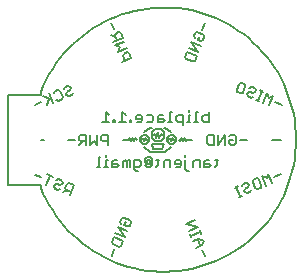
<source format=gbo>
G75*
G70*
%OFA0B0*%
%FSLAX24Y24*%
%IPPOS*%
%LPD*%
%AMOC8*
5,1,8,0,0,1.08239X$1,22.5*
%
%ADD10C,0.0060*%
%ADD11C,0.0050*%
D10*
X003717Y010725D02*
X003804Y010935D01*
X003754Y011109D02*
X003723Y011183D01*
X003788Y011340D01*
X004102Y011210D01*
X004037Y011053D01*
X003963Y011022D01*
X003754Y011109D01*
X003842Y011471D02*
X004157Y011341D01*
X003929Y011681D01*
X004243Y011550D01*
X004245Y011703D02*
X004140Y011746D01*
X004184Y011851D01*
X004122Y011999D02*
X004332Y011912D01*
X004363Y011838D01*
X004319Y011733D01*
X004245Y011703D01*
X004036Y011789D02*
X004005Y011864D01*
X004048Y011968D01*
X004122Y011999D01*
X004525Y013563D02*
X004469Y013620D01*
X004469Y013904D01*
X004639Y013904D01*
X004695Y013847D01*
X004695Y013734D01*
X004639Y013677D01*
X004469Y013677D01*
X004525Y013563D02*
X004582Y013563D01*
X004327Y013677D02*
X004327Y013904D01*
X004270Y013904D01*
X004214Y013847D01*
X004157Y013904D01*
X004100Y013847D01*
X004100Y013677D01*
X003959Y013734D02*
X003902Y013790D01*
X003732Y013790D01*
X003732Y013847D02*
X003732Y013677D01*
X003902Y013677D01*
X003959Y013734D01*
X003902Y013904D02*
X003789Y013904D01*
X003732Y013847D01*
X003590Y013904D02*
X003534Y013904D01*
X003534Y013677D01*
X003590Y013677D02*
X003477Y013677D01*
X003345Y013677D02*
X003232Y013677D01*
X003288Y013677D02*
X003288Y014017D01*
X003345Y014017D01*
X003534Y014017D02*
X003534Y014074D01*
X003603Y014427D02*
X003603Y014767D01*
X003433Y014767D01*
X003377Y014710D01*
X003377Y014597D01*
X003433Y014540D01*
X003603Y014540D01*
X003639Y015187D02*
X003412Y015187D01*
X003525Y015187D02*
X003525Y015527D01*
X003639Y015414D01*
X003766Y015244D02*
X003766Y015187D01*
X003823Y015187D01*
X003823Y015244D01*
X003766Y015244D01*
X003964Y015187D02*
X004191Y015187D01*
X004078Y015187D02*
X004078Y015527D01*
X004191Y015414D01*
X004319Y015244D02*
X004319Y015187D01*
X004375Y015187D01*
X004375Y015244D01*
X004319Y015244D01*
X004517Y015300D02*
X004744Y015300D01*
X004744Y015244D02*
X004744Y015357D01*
X004687Y015414D01*
X004574Y015414D01*
X004517Y015357D01*
X004517Y015300D01*
X004574Y015187D02*
X004687Y015187D01*
X004744Y015244D01*
X004885Y015187D02*
X005055Y015187D01*
X005112Y015244D01*
X005112Y015357D01*
X005055Y015414D01*
X004885Y015414D01*
X005253Y015357D02*
X005253Y015187D01*
X005424Y015187D01*
X005480Y015244D01*
X005424Y015300D01*
X005253Y015300D01*
X005253Y015357D02*
X005310Y015414D01*
X005424Y015414D01*
X005669Y015527D02*
X005669Y015187D01*
X005726Y015187D02*
X005612Y015187D01*
X005867Y015244D02*
X005924Y015187D01*
X006094Y015187D01*
X006094Y015073D02*
X006094Y015414D01*
X005924Y015414D01*
X005867Y015357D01*
X005867Y015244D01*
X005726Y015527D02*
X005669Y015527D01*
X006283Y015527D02*
X006283Y015584D01*
X006283Y015414D02*
X006283Y015187D01*
X006340Y015187D02*
X006226Y015187D01*
X006283Y015414D02*
X006340Y015414D01*
X006528Y015527D02*
X006528Y015187D01*
X006472Y015187D02*
X006585Y015187D01*
X006727Y015244D02*
X006727Y015357D01*
X006783Y015414D01*
X006953Y015414D01*
X006953Y015527D02*
X006953Y015187D01*
X006783Y015187D01*
X006727Y015244D01*
X006585Y015527D02*
X006528Y015527D01*
X006958Y014767D02*
X006902Y014710D01*
X006902Y014484D01*
X006958Y014427D01*
X007129Y014427D01*
X007129Y014767D01*
X006958Y014767D01*
X007270Y014767D02*
X007270Y014427D01*
X007497Y014767D01*
X007497Y014427D01*
X007638Y014484D02*
X007638Y014597D01*
X007752Y014597D01*
X007865Y014710D02*
X007865Y014484D01*
X007808Y014427D01*
X007695Y014427D01*
X007638Y014484D01*
X007638Y014710D02*
X007695Y014767D01*
X007808Y014767D01*
X007865Y014710D01*
X008007Y014597D02*
X008233Y014597D01*
X008734Y013380D02*
X008864Y013065D01*
X008712Y013063D02*
X008681Y012989D01*
X008577Y012946D01*
X008503Y012977D01*
X008416Y013186D01*
X008446Y013260D01*
X008551Y013304D01*
X008625Y013273D01*
X008712Y013063D01*
X008882Y013318D02*
X008734Y013380D01*
X008882Y013318D02*
X008944Y013466D01*
X009074Y013152D01*
X009140Y013363D02*
X009349Y013450D01*
X009363Y014597D02*
X009063Y014597D01*
X008977Y015737D02*
X009107Y016051D01*
X008959Y015990D01*
X008898Y016138D01*
X008767Y015824D01*
X008637Y015878D02*
X008532Y015921D01*
X008584Y015900D02*
X008715Y016214D01*
X008767Y016192D02*
X008662Y016236D01*
X008519Y016234D02*
X008497Y016181D01*
X008423Y016151D01*
X008318Y016194D01*
X008244Y016163D01*
X008222Y016111D01*
X008253Y016037D01*
X008358Y015994D01*
X008432Y016024D01*
X008519Y016234D02*
X008488Y016308D01*
X008383Y016351D01*
X008309Y016321D01*
X008178Y016375D02*
X008091Y016165D01*
X008017Y016134D01*
X007913Y016178D01*
X007882Y016252D01*
X007969Y016462D01*
X008043Y016492D01*
X008148Y016449D01*
X008178Y016375D01*
X009173Y015840D02*
X009382Y015753D01*
X008285Y013132D02*
X008211Y013163D01*
X008106Y013119D01*
X008076Y013045D01*
X008171Y012962D02*
X008141Y012888D01*
X008162Y012836D01*
X008236Y012805D01*
X008341Y012848D01*
X008372Y012922D01*
X008276Y013006D02*
X008171Y012962D01*
X008276Y013006D02*
X008307Y013080D01*
X008285Y013132D01*
X008053Y012729D02*
X007949Y012686D01*
X008001Y012707D02*
X007871Y013022D01*
X007923Y013044D02*
X007818Y013000D01*
X007273Y013904D02*
X007160Y013904D01*
X007217Y013960D02*
X007217Y013734D01*
X007160Y013677D01*
X007028Y013734D02*
X006971Y013790D01*
X006801Y013790D01*
X006801Y013847D02*
X006801Y013677D01*
X006971Y013677D01*
X007028Y013734D01*
X006971Y013904D02*
X006858Y013904D01*
X006801Y013847D01*
X006660Y013904D02*
X006660Y013677D01*
X006660Y013904D02*
X006490Y013904D01*
X006433Y013847D01*
X006433Y013677D01*
X006291Y013563D02*
X006235Y013563D01*
X006178Y013620D01*
X006178Y013904D01*
X006178Y014017D02*
X006178Y014074D01*
X005989Y013904D02*
X006046Y013847D01*
X006046Y013734D01*
X005989Y013677D01*
X005876Y013677D01*
X005819Y013790D02*
X006046Y013790D01*
X005989Y013904D02*
X005876Y013904D01*
X005819Y013847D01*
X005819Y013790D01*
X005678Y013677D02*
X005678Y013904D01*
X005507Y013904D01*
X005451Y013847D01*
X005451Y013677D01*
X005253Y013734D02*
X005253Y013960D01*
X005309Y013904D02*
X005196Y013904D01*
X005064Y013960D02*
X005064Y013734D01*
X005007Y013677D01*
X004894Y013677D01*
X004837Y013734D01*
X004894Y013790D02*
X004837Y013847D01*
X004837Y013960D01*
X004894Y014017D01*
X005007Y014017D01*
X005064Y013960D01*
X005007Y013904D02*
X005007Y013790D01*
X004894Y013790D01*
X004894Y013904D01*
X005007Y013904D01*
X005196Y013677D02*
X005253Y013734D01*
X004214Y013677D02*
X004214Y013847D01*
X003235Y014427D02*
X003122Y014540D01*
X003008Y014427D01*
X003008Y014767D01*
X002867Y014767D02*
X002697Y014767D01*
X002640Y014710D01*
X002640Y014597D01*
X002697Y014540D01*
X002867Y014540D01*
X002867Y014427D02*
X002867Y014767D01*
X002753Y014540D02*
X002640Y014427D01*
X002499Y014597D02*
X002272Y014597D01*
X001764Y015821D02*
X001634Y016135D01*
X001786Y016137D02*
X001817Y016211D01*
X001921Y016255D01*
X001996Y016224D01*
X002082Y016014D01*
X002052Y015940D01*
X001947Y015897D01*
X001873Y015928D01*
X001720Y015926D02*
X001424Y016049D01*
X001359Y015837D02*
X001149Y015750D01*
X001554Y015734D02*
X001646Y015957D01*
X002191Y016121D02*
X002213Y016069D01*
X002287Y016038D01*
X002392Y016081D01*
X002423Y016155D01*
X002327Y016239D02*
X002357Y016313D01*
X002336Y016365D01*
X002262Y016396D01*
X002157Y016352D01*
X002126Y016278D01*
X002222Y016195D02*
X002191Y016121D01*
X002222Y016195D02*
X002327Y016239D01*
X003235Y014767D02*
X003235Y014427D01*
X002447Y013070D02*
X002290Y013135D01*
X002216Y013105D01*
X002173Y013000D01*
X002204Y012926D01*
X002361Y012861D01*
X002256Y012904D02*
X002108Y012843D01*
X001990Y013076D02*
X002064Y013107D01*
X002086Y013159D01*
X002055Y013233D01*
X001950Y013276D01*
X001876Y013246D01*
X001885Y013119D02*
X001811Y013089D01*
X001789Y013036D01*
X001820Y012962D01*
X001925Y012919D01*
X001999Y012949D01*
X001990Y013076D02*
X001885Y013119D01*
X001767Y013352D02*
X001557Y013439D01*
X001662Y013396D02*
X001532Y013081D01*
X001362Y013336D02*
X001152Y013423D01*
X001363Y014597D02*
X001463Y014597D01*
X002447Y013070D02*
X002317Y012756D01*
X004060Y017186D02*
X004374Y017316D01*
X004309Y017473D01*
X004235Y017504D01*
X004130Y017461D01*
X004099Y017387D01*
X004165Y017229D01*
X003919Y017526D02*
X003980Y017674D01*
X003832Y017736D01*
X004146Y017866D01*
X004092Y017997D02*
X004027Y018154D01*
X003953Y018185D01*
X003848Y018141D01*
X003818Y018067D01*
X003883Y017910D01*
X003839Y018015D02*
X003691Y018076D01*
X003794Y018272D02*
X003707Y018481D01*
X004092Y017997D02*
X003778Y017866D01*
X003919Y017526D02*
X004233Y017656D01*
X006172Y017363D02*
X006237Y017520D01*
X006551Y017390D01*
X006486Y017233D01*
X006412Y017202D01*
X006203Y017289D01*
X006172Y017363D01*
X006291Y017651D02*
X006606Y017520D01*
X006378Y017860D01*
X006692Y017730D01*
X006694Y017882D02*
X006589Y017926D01*
X006633Y018031D01*
X006571Y018179D02*
X006781Y018092D01*
X006812Y018018D01*
X006768Y017913D01*
X006694Y017882D01*
X006571Y018179D02*
X006497Y018148D01*
X006454Y018043D01*
X006485Y017969D01*
X006730Y018266D02*
X006817Y018476D01*
X006511Y011903D02*
X006197Y011773D01*
X006598Y011694D01*
X006284Y011563D01*
X006334Y011441D02*
X006378Y011336D01*
X006356Y011389D02*
X006671Y011519D01*
X006692Y011467D02*
X006649Y011571D01*
X006642Y011293D02*
X006432Y011206D01*
X006589Y011271D02*
X006676Y011061D01*
X006728Y011083D02*
X006790Y011231D01*
X006642Y011293D01*
X006728Y011083D02*
X006519Y010996D01*
X006730Y010931D02*
X006817Y010721D01*
D11*
X005513Y014197D02*
X005013Y014197D01*
X004813Y014347D01*
X004763Y014447D02*
X004663Y014547D01*
X004663Y014597D01*
X004713Y014597D01*
X004763Y014647D01*
X004813Y014547D01*
X004863Y014647D01*
X004913Y014597D01*
X004963Y014597D01*
X004963Y014547D01*
X004863Y014447D01*
X004763Y014447D01*
X004663Y014597D02*
X004663Y014647D01*
X004763Y014747D01*
X004863Y014747D01*
X004963Y014647D01*
X004963Y014597D01*
X005063Y014647D02*
X005063Y014747D01*
X005113Y014747D01*
X005163Y014797D01*
X005213Y014647D01*
X005263Y014847D01*
X005313Y014647D01*
X005363Y014797D01*
X005413Y014747D01*
X005463Y014747D01*
X005463Y014647D01*
X005363Y014547D01*
X005163Y014547D01*
X005063Y014647D01*
X005063Y014747D02*
X005063Y014847D01*
X005163Y014947D01*
X005363Y014947D01*
X005463Y014847D01*
X005463Y014747D01*
X005563Y014647D02*
X005663Y014747D01*
X005763Y014747D01*
X005863Y014647D01*
X005863Y014597D01*
X005813Y014597D01*
X005763Y014647D01*
X005713Y014547D01*
X005663Y014647D01*
X005613Y014597D01*
X005563Y014597D01*
X005563Y014647D01*
X005563Y014597D02*
X005563Y014547D01*
X005663Y014447D01*
X005763Y014447D01*
X005863Y014547D01*
X005863Y014597D01*
X005963Y014597D02*
X006013Y014547D01*
X006063Y014647D01*
X006113Y014547D01*
X006163Y014647D01*
X006213Y014547D01*
X006263Y014597D01*
X006413Y014597D01*
X005713Y014847D02*
X005513Y014997D01*
X005463Y014997D01*
X009864Y014597D02*
X009859Y014383D01*
X009843Y014170D01*
X009817Y013958D01*
X009781Y013747D01*
X009735Y013538D01*
X009678Y013332D01*
X009612Y013129D01*
X009536Y012929D01*
X009450Y012733D01*
X009355Y012542D01*
X009250Y012355D01*
X009137Y012174D01*
X009015Y011998D01*
X008884Y011829D01*
X008746Y011666D01*
X008600Y011510D01*
X008446Y011361D01*
X008285Y011220D01*
X008118Y011087D01*
X007945Y010962D01*
X007765Y010846D01*
X007580Y010739D01*
X007390Y010640D01*
X007196Y010552D01*
X006997Y010472D01*
X006795Y010402D01*
X006590Y010343D01*
X006382Y010293D01*
X006172Y010253D01*
X005960Y010224D01*
X005747Y010205D01*
X005533Y010197D01*
X005320Y010198D01*
X005106Y010210D01*
X004894Y010233D01*
X004682Y010266D01*
X004473Y010309D01*
X004266Y010362D01*
X004061Y010425D01*
X003860Y010498D01*
X003663Y010581D01*
X003470Y010673D01*
X003282Y010774D01*
X003099Y010885D01*
X002922Y011004D01*
X002750Y011132D01*
X002585Y011268D01*
X002427Y011411D01*
X002275Y011562D01*
X002132Y011721D01*
X001996Y011886D01*
X001869Y012058D01*
X001749Y012235D01*
X001639Y012418D01*
X001538Y012607D01*
X001446Y012800D01*
X001363Y012997D01*
X001363Y013097D01*
X000263Y013097D01*
X000263Y016097D01*
X001363Y016097D01*
X001363Y016197D01*
X004113Y014597D02*
X004263Y014597D01*
X004313Y014647D01*
X004363Y014547D01*
X004413Y014647D01*
X004463Y014547D01*
X004513Y014647D01*
X004563Y014597D01*
X004813Y014847D02*
X005013Y014997D01*
X005063Y014997D01*
X005063Y014447D02*
X005463Y014447D01*
X005413Y014297D01*
X005113Y014297D01*
X005063Y014447D01*
X001363Y016197D02*
X001446Y016394D01*
X001538Y016587D01*
X001639Y016776D01*
X001749Y016959D01*
X001869Y017136D01*
X001996Y017308D01*
X002132Y017473D01*
X002275Y017632D01*
X002427Y017783D01*
X002585Y017926D01*
X002750Y018062D01*
X002922Y018190D01*
X003099Y018309D01*
X003282Y018420D01*
X003470Y018521D01*
X003663Y018613D01*
X003860Y018696D01*
X004061Y018769D01*
X004266Y018832D01*
X004473Y018885D01*
X004682Y018928D01*
X004894Y018961D01*
X005106Y018984D01*
X005320Y018996D01*
X005533Y018997D01*
X005747Y018989D01*
X005960Y018970D01*
X006172Y018941D01*
X006382Y018901D01*
X006590Y018851D01*
X006795Y018792D01*
X006997Y018722D01*
X007196Y018642D01*
X007390Y018554D01*
X007580Y018455D01*
X007765Y018348D01*
X007945Y018232D01*
X008118Y018107D01*
X008285Y017974D01*
X008446Y017833D01*
X008600Y017684D01*
X008746Y017528D01*
X008884Y017365D01*
X009015Y017196D01*
X009137Y017020D01*
X009250Y016839D01*
X009355Y016652D01*
X009450Y016461D01*
X009536Y016265D01*
X009612Y016065D01*
X009678Y015862D01*
X009735Y015656D01*
X009781Y015447D01*
X009817Y015236D01*
X009843Y015024D01*
X009859Y014811D01*
X009864Y014597D01*
X005713Y014347D02*
X005513Y014197D01*
M02*

</source>
